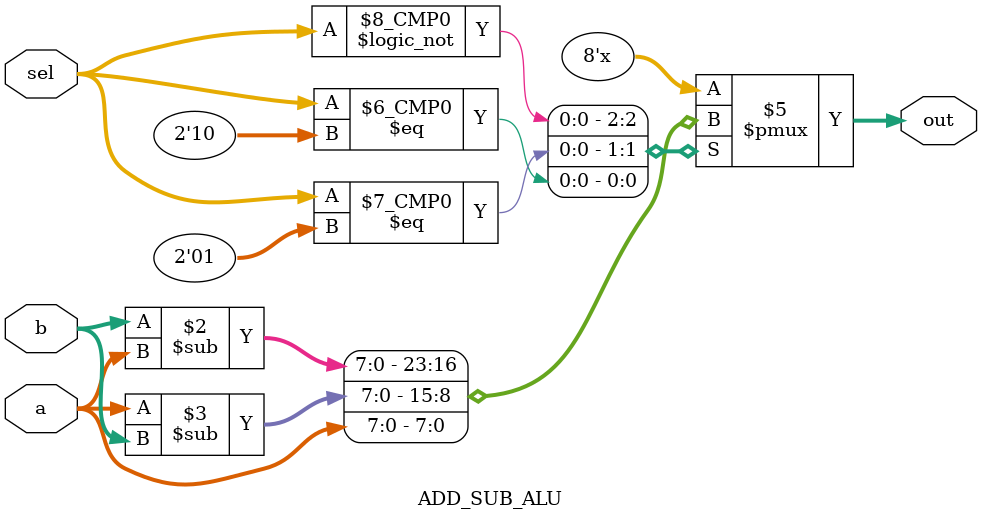
<source format=v>
`timescale 1ns / 1ps
module ADD_SUB_ALU(
input [7:0] a,b,
input [1:0] sel,
output reg [7:0] out
);

//0 is B-A
//1 is A-B
//2 is pass A


always@(*) begin
    case(sel)
    2'b00: begin
        out = b-a;  
    end
    2'b01: begin
        out = a-b;
    end
    2'b10: begin
        out = a;
    end
    2'b11: begin
        out = out;
    end    
    endcase
end

/*
CLA #(8) CLA_I(
.A(mux_1),
.B(mux_2),
.Cin(1'b0),

.Sum(m_b),
.Cout(carry)
);
*/

endmodule
</source>
